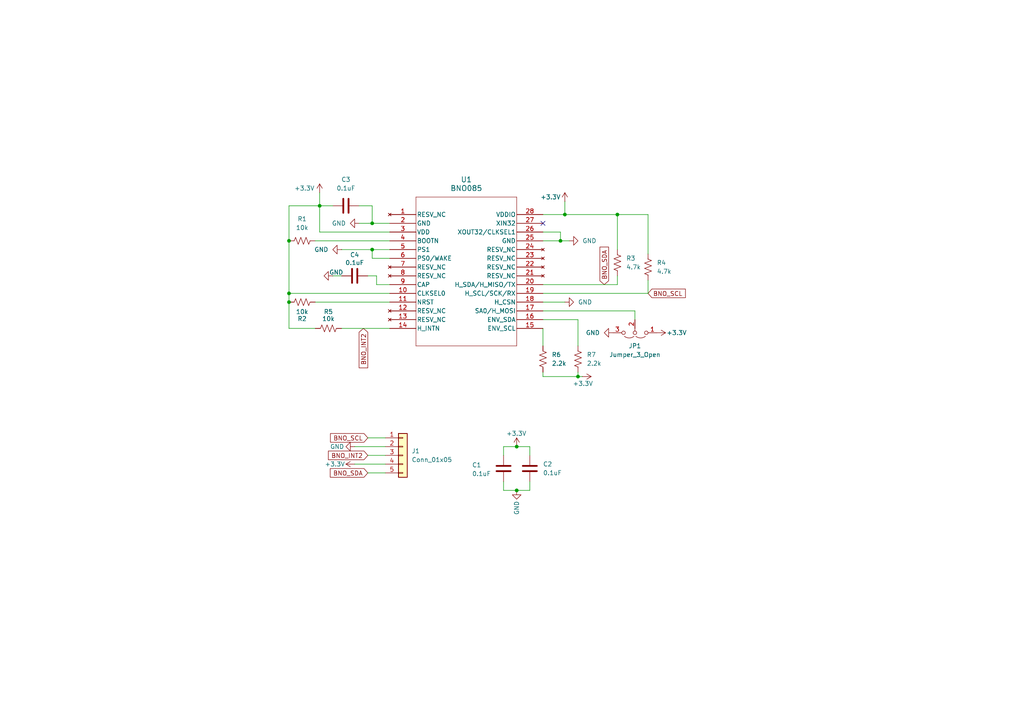
<source format=kicad_sch>
(kicad_sch (version 20231120) (generator "eeschema") (generator_version "8.0")
  (paper "A4")
  (lib_symbols
    (symbol "power:+3.3V" (power) (pin_numbers hide) (pin_names (offset 0) hide)
      (property "Value" "+3.3V" (at 0 3.556 0))
      (symbol "+3.3V_0_1"
        (polyline (pts (xy -0.762 1.27) (xy 0 2.54)))
        (polyline (pts (xy 0 0) (xy 0 2.54)))
        (polyline (pts (xy 0 2.54) (xy 0.762 1.27)))
      )
      (symbol "+3.3V_1_1"
        (pin power_in line (at 0 0 90) (length 0) (name "~") (number "1"))
      )
    )
    (symbol "power:GND" (power) (pin_numbers hide) (pin_names (offset 0) hide)
      (property "Value" "GND" (at 0 -3.81 0))
      (symbol "GND_0_1"
        (polyline (pts (xy 0 0) (xy 0 -1.27) (xy 1.27 -1.27) (xy 0 -2.54) (xy -1.27 -1.27) (xy 0 -1.27)))
      )
      (symbol "GND_1_1"
        (pin power_in line (at 0 0 270) (length 0) (name "~") (number "1"))
      )
    )
    (symbol "uSlime:BNO085" (pin_names (offset 0.254))
      (property "Reference" "U" (at 35.56 10.16 0))
      (property "Value" "BNO085" (at 35.56 7.62 0))
      (symbol "BNO085_0_1"
        (polyline (pts (xy 21.59 -38.1) (xy 50.8 -38.1)) (stroke (width 0.127)))
        (polyline (pts (xy 21.59 5.08) (xy 21.59 -38.1)) (stroke (width 0.127)))
        (polyline (pts (xy 50.8 -38.1) (xy 50.8 5.08)) (stroke (width 0.127)))
        (polyline (pts (xy 50.8 5.08) (xy 21.59 5.08)) (stroke (width 0.127)))
        (pin no_connect line (at 13.97 0 0) (length 7.62) (name "RESV_NC") (number "1"))
        (pin input line (at 13.97 -22.86 0) (length 7.62) (name "CLKSEL0") (number "10"))
        (pin input line (at 13.97 -25.4 0) (length 7.62) (name "NRST") (number "11"))
        (pin no_connect line (at 13.97 -27.94 0) (length 7.62) (name "RESV_NC") (number "12"))
        (pin no_connect line (at 13.97 -30.48 0) (length 7.62) (name "RESV_NC") (number "13"))
        (pin output line (at 13.97 -33.02 0) (length 7.62) (name "H_INTN") (number "14"))
        (pin bidirectional line (at 58.42 -33.02 180) (length 7.62) (name "ENV_SCL") (number "15"))
        (pin bidirectional line (at 58.42 -30.48 180) (length 7.62) (name "ENV_SDA") (number "16"))
        (pin input line (at 58.42 -27.94 180) (length 7.62) (name "SA0/H_MOSI") (number "17"))
        (pin input line (at 58.42 -25.4 180) (length 7.62) (name "H_CSN") (number "18"))
        (pin bidirectional line (at 58.42 -22.86 180) (length 7.62) (name "H_SCL/SCK/RX") (number "19"))
        (pin power_out line (at 13.97 -2.54 0) (length 7.62) (name "GND") (number "2"))
        (pin bidirectional line (at 58.42 -20.32 180) (length 7.62) (name "H_SDA/H_MISO/TX") (number "20"))
        (pin no_connect line (at 58.42 -17.78 180) (length 7.62) (name "RESV_NC") (number "21"))
        (pin no_connect line (at 58.42 -15.24 180) (length 7.62) (name "RESV_NC") (number "22"))
        (pin no_connect line (at 58.42 -12.7 180) (length 7.62) (name "RESV_NC") (number "23"))
        (pin no_connect line (at 58.42 -10.16 180) (length 7.62) (name "RESV_NC") (number "24"))
        (pin power_out line (at 58.42 -7.62 180) (length 7.62) (name "GND") (number "25"))
        (pin output line (at 58.42 -5.08 180) (length 7.62) (name "XOUT32/CLKSEL1") (number "26"))
        (pin input line (at 58.42 -2.54 180) (length 7.62) (name "XIN32") (number "27"))
        (pin power_in line (at 58.42 0 180) (length 7.62) (name "VDDIO") (number "28"))
        (pin power_in line (at 13.97 -5.08 0) (length 7.62) (name "VDD") (number "3"))
        (pin input line (at 13.97 -7.62 0) (length 7.62) (name "BOOTN") (number "4"))
        (pin input line (at 13.97 -10.16 0) (length 7.62) (name "PS1") (number "5"))
        (pin input line (at 13.97 -12.7 0) (length 7.62) (name "PS0/WAKE") (number "6"))
        (pin no_connect line (at 13.97 -15.24 0) (length 7.62) (name "RESV_NC") (number "7"))
        (pin no_connect line (at 13.97 -17.78 0) (length 7.62) (name "RESV_NC") (number "8"))
        (pin power_in line (at 13.97 -20.32 0) (length 7.62) (name "CAP") (number "9"))
      )
    )
    (symbol "uSlime:C" (pin_numbers hide) (pin_names (offset 0.254))
      (property "Reference" "C" (at 0.635 2.54 0))
      (property "Value" "C" (at 0.635 -2.54 0))
      (symbol "C_0_1"
        (polyline (pts (xy -2.032 -0.762) (xy 2.032 -0.762)) (stroke (width 0.508)))
        (polyline (pts (xy -2.032 0.762) (xy 2.032 0.762)) (stroke (width 0.508)))
      )
      (symbol "C_1_1"
        (pin passive line (at 0 3.81 270) (length 2.794) (name "~") (number "1"))
        (pin passive line (at 0 -3.81 90) (length 2.794) (name "~") (number "2"))
      )
    )
    (symbol "uSlime:Conn_01x05" (pin_names (offset 1.016) hide)
      (property "Reference" "J1" (at 2.54 1.2701 0))
      (property "Value" "Conn_01x05" (at 2.54 -1.2699 0))
      (symbol "Conn_01x05_1_1"
        (rectangle (start -1.27 -4.953) (end 0 -5.207) (stroke (width 0.1524)))
        (rectangle (start -1.27 -2.413) (end 0 -2.667) (stroke (width 0.1524)))
        (rectangle (start -1.27 0.127) (end 0 -0.127) (stroke (width 0.1524)))
        (rectangle (start -1.27 2.667) (end 0 2.413) (stroke (width 0.1524)))
        (rectangle (start -1.27 5.207) (end 0 4.953) (stroke (width 0.1524)))
        (rectangle (start -1.27 6.35) (end 1.27 -6.35) (stroke (width 0.254)) (fill (type background)))
        (pin passive line (at -5.08 5.08 0) (length 3.81) (name "Pin_1") (number "1"))
        (pin passive line (at -5.08 2.54 0) (length 3.81) (name "Pin_2") (number "2"))
        (pin passive line (at -5.08 0 0) (length 3.81) (name "Pin_3") (number "3"))
        (pin passive line (at -5.08 -2.54 0) (length 3.81) (name "Pin_4") (number "4"))
        (pin passive line (at -5.08 -5.08 0) (length 3.81) (name "Pin_5") (number "5"))
      )
    )
    (symbol "uSlime:Jumper_3_Open" (pin_names (offset 0) hide) (exclude_from_sim yes) (in_bom no)
      (property "Reference" "JP1" (at 0 3.81 0))
      (property "Value" "Jumper_3_Open" (at 0 6.35 0))
      (symbol "Jumper_3_Open_0_0"
        (circle (center -3.302 0) (radius 0.508))
        (circle (center 0 0) (radius 0.508))
        (circle (center 3.302 0) (radius 0.508))
      )
      (symbol "Jumper_3_Open_0_1"
        (arc (start -0.254 1.016) (mid -1.651 1.4992) (end -3.048 1.016))
        (polyline (pts (xy 0 -0.508) (xy 0 -1.27)))
        (arc (start 3.048 1.016) (mid 1.651 1.4992) (end 0.254 1.016))
      )
      (symbol "Jumper_3_Open_1_1"
        (pin passive line (at -6.35 0 0) (length 2.54) (name "A") (number "1"))
        (pin passive line (at 0 -3.81 90) (length 2.54) (name "C") (number "2"))
        (pin passive line (at 6.35 0 180) (length 2.54) (name "B") (number "3"))
      )
    )
    (symbol "uSlime:R_US" (pin_numbers hide) (pin_names (offset 0))
      (property "Reference" "R" (at 2.54 0 90))
      (property "Value" "R_US" (at -2.54 0 90))
      (symbol "R_US_0_1"
        (polyline (pts (xy 0 -2.286) (xy 0 -2.54)))
        (polyline (pts (xy 0 2.286) (xy 0 2.54)))
        (polyline (pts (xy 0 -0.762) (xy 1.016 -1.143) (xy 0 -1.524) (xy -1.016 -1.905) (xy 0 -2.286)))
        (polyline (pts (xy 0 0.762) (xy 1.016 0.381) (xy 0 0) (xy -1.016 -0.381) (xy 0 -0.762)))
        (polyline (pts (xy 0 2.286) (xy 1.016 1.905) (xy 0 1.524) (xy -1.016 1.143) (xy 0 0.762)))
      )
      (symbol "R_US_1_1"
        (pin passive line (at 0 3.81 270) (length 1.27) (name "~") (number "1"))
        (pin passive line (at 0 -3.81 90) (length 1.27) (name "~") (number "2"))
      )
    )
  )
  (junction (at 149.86 129.54))
  (junction (at 167.64 109.22))
  (junction (at 107.95 72.39))
  (junction (at 92.71 59.69))
  (junction (at 83.82 69.85))
  (junction (at 107.95 64.77))
  (junction (at 162.56 69.85))
  (junction (at 179.07 62.23))
  (junction (at 83.82 87.63))
  (junction (at 149.86 142.24))
  (junction (at 163.83 62.23))
  (junction (at 83.82 85.09))
  (no_connect (at 157.48 64.77))
  (wire (pts (xy 167.64 100.33) (xy 167.64 92.71)))
  (wire (pts (xy 157.48 100.33) (xy 157.48 95.25)))
  (wire (pts (xy 107.95 72.39) (xy 107.95 74.93)))
  (wire (pts (xy 83.82 59.69) (xy 92.71 59.69)))
  (wire (pts (xy 96.52 80.01) (xy 99.06 80.01)))
  (wire (pts (xy 168.91 109.22) (xy 167.64 109.22)))
  (wire (pts (xy 157.48 109.22) (xy 167.64 109.22)))
  (wire (pts (xy 109.22 82.55) (xy 113.03 82.55)))
  (wire (pts (xy 104.14 64.77) (xy 107.95 64.77)))
  (wire (pts (xy 106.68 132.08) (xy 111.76 132.08)))
  (wire (pts (xy 99.06 95.25) (xy 113.03 95.25)))
  (wire (pts (xy 187.96 62.23) (xy 179.07 62.23)))
  (wire (pts (xy 99.06 72.39) (xy 107.95 72.39)))
  (wire (pts (xy 163.83 58.42) (xy 163.83 62.23)))
  (wire (pts (xy 184.15 90.17) (xy 184.15 92.71)))
  (wire (pts (xy 92.71 59.69) (xy 96.52 59.69)))
  (wire (pts (xy 146.05 129.54) (xy 149.86 129.54)))
  (wire (pts (xy 102.87 129.54) (xy 111.76 129.54)))
  (wire (pts (xy 107.95 59.69) (xy 107.95 64.77)))
  (wire (pts (xy 91.44 69.85) (xy 113.03 69.85)))
  (wire (pts (xy 157.48 109.22) (xy 157.48 107.95)))
  (wire (pts (xy 157.48 67.31) (xy 162.56 67.31)))
  (wire (pts (xy 92.71 59.69) (xy 92.71 67.31)))
  (wire (pts (xy 187.96 81.28) (xy 187.96 85.09)))
  (wire (pts (xy 157.48 90.17) (xy 184.15 90.17)))
  (wire (pts (xy 83.82 85.09) (xy 83.82 87.63)))
  (wire (pts (xy 83.82 69.85) (xy 83.82 85.09)))
  (wire (pts (xy 165.1 69.85) (xy 162.56 69.85)))
  (wire (pts (xy 179.07 72.39) (xy 179.07 62.23)))
  (wire (pts (xy 83.82 85.09) (xy 113.03 85.09)))
  (wire (pts (xy 107.95 72.39) (xy 113.03 72.39)))
  (wire (pts (xy 179.07 80.01) (xy 179.07 82.55)))
  (wire (pts (xy 107.95 64.77) (xy 113.03 64.77)))
  (wire (pts (xy 146.05 142.24) (xy 149.86 142.24)))
  (wire (pts (xy 153.67 142.24) (xy 149.86 142.24)))
  (wire (pts (xy 106.68 80.01) (xy 109.22 80.01)))
  (wire (pts (xy 153.67 129.54) (xy 149.86 129.54)))
  (wire (pts (xy 167.64 109.22) (xy 167.64 107.95)))
  (wire (pts (xy 104.14 59.69) (xy 107.95 59.69)))
  (wire (pts (xy 106.68 127) (xy 111.76 127)))
  (wire (pts (xy 106.68 137.16) (xy 111.76 137.16)))
  (wire (pts (xy 113.03 87.63) (xy 91.44 87.63)))
  (wire (pts (xy 157.48 82.55) (xy 179.07 82.55)))
  (wire (pts (xy 157.48 92.71) (xy 167.64 92.71)))
  (wire (pts (xy 92.71 67.31) (xy 113.03 67.31)))
  (wire (pts (xy 102.87 134.62) (xy 111.76 134.62)))
  (wire (pts (xy 163.83 62.23) (xy 157.48 62.23)))
  (wire (pts (xy 91.44 95.25) (xy 83.82 95.25)))
  (wire (pts (xy 187.96 85.09) (xy 157.48 85.09)))
  (wire (pts (xy 92.71 55.88) (xy 92.71 59.69)))
  (wire (pts (xy 83.82 69.85) (xy 83.82 59.69)))
  (wire (pts (xy 187.96 73.66) (xy 187.96 62.23)))
  (wire (pts (xy 146.05 132.08) (xy 146.05 129.54)))
  (wire (pts (xy 146.05 139.7) (xy 146.05 142.24)))
  (wire (pts (xy 109.22 80.01) (xy 109.22 82.55)))
  (wire (pts (xy 162.56 67.31) (xy 162.56 69.85)))
  (wire (pts (xy 113.03 74.93) (xy 107.95 74.93)))
  (wire (pts (xy 163.83 62.23) (xy 179.07 62.23)))
  (wire (pts (xy 153.67 129.54) (xy 153.67 132.08)))
  (wire (pts (xy 83.82 95.25) (xy 83.82 87.63)))
  (wire (pts (xy 162.56 69.85) (xy 157.48 69.85)))
  (wire (pts (xy 153.67 142.24) (xy 153.67 139.7)))
  (wire (pts (xy 157.48 87.63) (xy 163.83 87.63)))
  (global_label "BNO_INT2" (shape input) (at 105.41 95.25 270) (property "Intersheetrefs" "${INTERSHEET_REFS}" (effects (hide yes))))
  (global_label "BNO_SCL" (shape input) (at 187.96 85.09 0) (property "Intersheetrefs" "${INTERSHEET_REFS}" (effects (hide yes))))
  (global_label "BNO_SCL" (shape input) (at 106.68 127 180) (property "Intersheetrefs" "${INTERSHEET_REFS}" (effects (hide yes))))
  (global_label "BNO_SDA" (shape input) (at 106.68 137.16 180) (property "Intersheetrefs" "${INTERSHEET_REFS}" (effects (hide yes))))
  (global_label "BNO_SDA" (shape input) (at 175.26 82.55 90) (property "Intersheetrefs" "${INTERSHEET_REFS}" (effects (hide yes))))
  (global_label "BNO_INT2" (shape input) (at 106.68 132.08 180) (property "Intersheetrefs" "${INTERSHEET_REFS}" (effects (hide yes))))
  (symbol (lib_id "uSlime:C") (at 100.33 59.69 90) (unit 1)
    (property "Reference" "C3" (at 100.33 52.07 90))
    (property "Value" "0.1uF" (at 100.33 54.61 90))
    (property "Footprint" "Capacitor_SMD:C_0603_1608Metric" (effects (hide yes)))
    (property "Description" "Unpolarized capacitor" (effects (hide yes)))
    (property "MANUFACTURER" "KAF15AR71H104KM" (effects (hide yes)))
  )
  (symbol (lib_id "uSlime:Jumper_3_Open") (at 184.15 96.52 180) (unit 1) (exclude_from_sim yes) (in_bom no)
    (property "Reference" "JP1" (at 184.15 100.33 0))
    (property "Value" "Jumper_3_Open" (at 184.15 102.87 0))
    (property "Footprint" "Jumper:SolderJumper-3_P1.3mm_Open_RoundedPad1.0x1.5mm" (effects (hide yes)))
    (property "Description" "Jumper, 3-pole, both open" (effects (hide yes)))
  )
  (symbol (lib_id "uSlime:R_US") (at 157.48 104.14 0) (unit 1)
    (property "Reference" "R6" (at 160.02 102.8699 0) (effects (justify left)))
    (property "Value" "2.2k" (at 160.02 105.4099 0) (effects (justify left)))
    (property "Footprint" "Resistor_SMD:R_0603_1608Metric" (effects (hide yes)))
    (property "Description" "Resistor, US symbol" (effects (hide yes)))
    (property "MANUFACTURER" "CPF0603B2K2E1" (effects (hide yes)))
  )
  (symbol (lib_id "power:GND") (at 177.8 96.52 270) (unit 1)
    (property "Reference" "#PWR013" (effects (hide yes)))
    (property "Value" "GND" (at 173.99 96.5199 90) (effects (justify right)))
    (property "Description" "Power symbol creates a global label with name \"GND\" , ground" (effects (hide yes)))
  )
  (symbol (lib_id "power:GND") (at 102.87 129.54 270) (unit 1)
    (property "Reference" "#PWR07" (effects (hide yes)))
    (property "Value" "GND" (at 99.822 129.54 90) (effects (justify right)))
    (property "Description" "Power symbol creates a global label with name \"GND\" , ground" (effects (hide yes)))
  )
  (symbol (lib_id "power:GND") (at 104.14 64.77 270) (unit 1)
    (property "Reference" "#PWR06" (effects (hide yes)))
    (property "Value" "GND" (at 100.33 64.7699 90) (effects (justify right)))
    (property "Description" "Power symbol creates a global label with name \"GND\" , ground" (effects (hide yes)))
  )
  (symbol (lib_id "power:GND") (at 165.1 69.85 90) (unit 1)
    (property "Reference" "#PWR012" (effects (hide yes)))
    (property "Value" "GND" (at 168.91 69.8499 90) (effects (justify right)))
    (property "Description" "Power symbol creates a global label with name \"GND\" , ground" (effects (hide yes)))
  )
  (symbol (lib_id "power:GND") (at 149.86 142.24 0) (unit 1)
    (property "Reference" "#PWR05" (effects (hide yes)))
    (property "Value" "GND" (at 149.86 145.288 90) (effects (justify right)))
    (property "Description" "Power symbol creates a global label with name \"GND\" , ground" (effects (hide yes)))
  )
  (symbol (lib_id "power:+3.3V") (at 190.5 96.52 270) (unit 1)
    (property "Reference" "#PWR014" (effects (hide yes)))
    (property "Value" "+3.3V" (at 193.294 96.52 90) (effects (justify left)))
    (property "Description" "Power symbol creates a global label with name \"+3.3V\"" (effects (hide yes)))
  )
  (symbol (lib_id "uSlime:R_US") (at 95.25 95.25 90) (unit 1)
    (property "Reference" "R5" (at 95.25 90.424 90))
    (property "Value" "10k" (at 95.25 92.456 90))
    (property "Footprint" "Resistor_SMD:R_0603_1608Metric" (effects (hide yes)))
    (property "Description" "Resistor, US symbol" (effects (hide yes)))
    (property "MANUFACTURER" "RN73C1J10KBTD" (effects (hide yes)))
  )
  (symbol (lib_id "power:+3.3V") (at 168.91 109.22 270) (unit 1)
    (property "Reference" "#PWR016" (effects (hide yes)))
    (property "Value" "+3.3V" (at 166.116 111.252 90) (effects (justify left)))
    (property "Description" "Power symbol creates a global label with name \"+3.3V\"" (effects (hide yes)))
  )
  (symbol (lib_id "uSlime:C") (at 146.05 135.89 180) (unit 1)
    (property "Reference" "C1" (at 136.906 134.874 0) (effects (justify right)))
    (property "Value" "0.1uF" (at 136.906 137.414 0) (effects (justify right)))
    (property "Footprint" "Capacitor_SMD:C_0603_1608Metric" (effects (hide yes)))
    (property "Description" "Unpolarized capacitor" (effects (hide yes)))
    (property "MANUFACTURER" "KAF15AR71H104KM" (effects (hide yes)))
  )
  (symbol (lib_id "power:GND") (at 96.52 80.01 270) (unit 1)
    (property "Reference" "#PWR02" (effects (hide yes)))
    (property "Value" "GND" (at 99.568 78.994 90) (effects (justify right)))
    (property "Description" "Power symbol creates a global label with name \"GND\" , ground" (effects (hide yes)))
  )
  (symbol (lib_id "power:+3.3V") (at 92.71 55.88 0) (unit 1)
    (property "Reference" "#PWR01" (effects (hide yes)))
    (property "Value" "+3.3V" (at 85.344 54.61 0) (effects (justify left)))
    (property "Description" "Power symbol creates a global label with name \"+3.3V\"" (effects (hide yes)))
  )
  (symbol (lib_id "uSlime:R_US") (at 187.96 77.47 0) (unit 1)
    (property "Reference" "R4" (at 190.5 76.1999 0) (effects (justify left)))
    (property "Value" "4.7k" (at 190.5 78.7399 0) (effects (justify left)))
    (property "Footprint" "Resistor_SMD:R_0603_1608Metric" (effects (hide yes)))
    (property "Description" "Resistor, US symbol" (effects (hide yes)))
    (property "MANUFACTURER" "TNPU06034K70AYEN00" (effects (hide yes)))
  )
  (symbol (lib_id "power:GND") (at 163.83 87.63 90) (unit 1)
    (property "Reference" "#PWR011" (effects (hide yes)))
    (property "Value" "GND" (at 167.64 87.6299 90) (effects (justify right)))
    (property "Description" "Power symbol creates a global label with name \"GND\" , ground" (effects (hide yes)))
  )
  (symbol (lib_id "power:+3.3V") (at 149.86 129.54 0) (unit 1)
    (property "Reference" "#PWR04" (effects (hide yes)))
    (property "Value" "+3.3V" (at 146.812 125.73 0) (effects (justify left)))
    (property "Description" "Power symbol creates a global label with name \"+3.3V\"" (effects (hide yes)))
  )
  (symbol (lib_id "uSlime:R_US") (at 167.64 104.14 0) (unit 1)
    (property "Reference" "R7" (at 170.18 102.8699 0) (effects (justify left)))
    (property "Value" "2.2k" (at 170.18 105.4099 0) (effects (justify left)))
    (property "Footprint" "Resistor_SMD:R_0603_1608Metric" (effects (hide yes)))
    (property "Description" "Resistor, US symbol" (effects (hide yes)))
    (property "MANUFACTURER" "CPF0603B2K2E1" (effects (hide yes)))
  )
  (symbol (lib_id "power:GND") (at 99.06 72.39 270) (unit 1)
    (property "Reference" "#PWR03" (effects (hide yes)))
    (property "Value" "GND" (at 95.25 72.3899 90) (effects (justify right)))
    (property "Description" "Power symbol creates a global label with name \"GND\" , ground" (effects (hide yes)))
  )
  (symbol (lib_id "power:+3.3V") (at 102.87 134.62 90) (unit 1)
    (property "Reference" "#PWR015" (effects (hide yes)))
    (property "Value" "+3.3V" (at 100.076 134.62 90) (effects (justify left)))
    (property "Description" "Power symbol creates a global label with name \"+3.3V\"" (effects (hide yes)))
  )
  (symbol (lib_id "uSlime:R_US") (at 87.63 69.85 90) (unit 1)
    (property "Reference" "R1" (at 87.63 63.5 90))
    (property "Value" "10k" (at 87.63 66.04 90))
    (property "Footprint" "Resistor_SMD:R_0603_1608Metric" (effects (hide yes)))
    (property "Description" "Resistor, US symbol" (effects (hide yes)))
    (property "MANUFACTURER" "RN73C1J10KBTD" (effects (hide yes)))
  )
  (symbol (lib_id "uSlime:R_US") (at 179.07 76.2 0) (unit 1)
    (property "Reference" "R3" (at 181.61 74.9299 0) (effects (justify left)))
    (property "Value" "4.7k" (at 181.61 77.4699 0) (effects (justify left)))
    (property "Footprint" "Resistor_SMD:R_0603_1608Metric" (effects (hide yes)))
    (property "Description" "Resistor, US symbol" (effects (hide yes)))
    (property "MANUFACTURER" "TNPU06034K70AYEN00" (effects (hide yes)))
  )
  (symbol (lib_id "uSlime:C") (at 102.87 80.01 90) (unit 1)
    (property "Reference" "C4" (at 102.87 73.914 90))
    (property "Value" "0.1uF" (at 102.87 76.2 90))
    (property "Footprint" "Capacitor_SMD:C_0603_1608Metric" (effects (hide yes)))
    (property "Description" "Unpolarized capacitor" (effects (hide yes)))
    (property "MANUFACTURER" "KAF15AR71H104KM" (effects (hide yes)))
  )
  (symbol (lib_id "uSlime:C") (at 153.67 135.89 180) (unit 1)
    (property "Reference" "C2" (at 157.48 134.6199 0) (effects (justify right)))
    (property "Value" "0.1uF" (at 157.48 137.1599 0) (effects (justify right)))
    (property "Footprint" "Capacitor_SMD:C_0603_1608Metric" (effects (hide yes)))
    (property "Description" "Unpolarized capacitor" (effects (hide yes)))
    (property "MANUFACTURER" "KAF15AR71H104KM" (effects (hide yes)))
  )
  (symbol (lib_id "uSlime:R_US") (at 87.63 87.63 270) (unit 1)
    (property "Reference" "R2" (at 87.63 92.456 90))
    (property "Value" "10k" (at 87.63 90.424 90))
    (property "Footprint" "Resistor_SMD:R_0603_1608Metric" (effects (hide yes)))
    (property "Description" "Resistor, US symbol" (effects (hide yes)))
    (property "MANUFACTURER" "RN73C1J10KBTD" (effects (hide yes)))
  )
  (symbol (lib_id "uSlime:BNO085") (at 99.06 62.23 0) (unit 1)
    (property "Reference" "U1" (at 135.255 52.07 0) (effects (font (size 1.524 1.524))))
    (property "Value" "BNO085" (at 135.255 54.61 0) (effects (font (size 1.524 1.524))))
    (property "Footprint" "BNO_BreakOut:updatedBNO" (effects (hide yes)))
    (property "Datasheet" "BNO085" (effects (hide yes)))
    (property "MANUFACTURER" "BNO085" (effects (hide yes)))
  )
  (symbol (lib_id "power:+3.3V") (at 163.83 58.42 0) (unit 1)
    (property "Reference" "#PWR010" (effects (hide yes)))
    (property "Value" "+3.3V" (at 156.718 57.15 0) (effects (justify left)))
    (property "Description" "Power symbol creates a global label with name \"+3.3V\"" (effects (hide yes)))
  )
  (symbol (lib_id "uSlime:Conn_01x05") (at 116.84 132.08 0) (unit 1) (in_bom no)
    (property "Reference" "J1" (at 119.38 130.8099 0) (effects (justify left)))
    (property "Value" "Conn_01x05" (at 119.38 133.3499 0) (effects (justify left)))
    (property "Footprint" "Connector_PinHeader_2.54mm:PinHeader_1x05_P2.54mm_Vertical" (effects (hide yes)))
    (property "Description" "Generic connector, single row, 01x05, script generated (kicad-library-utils/schlib/autogen/connector/)" (effects (hide yes)))
  )
)
</source>
